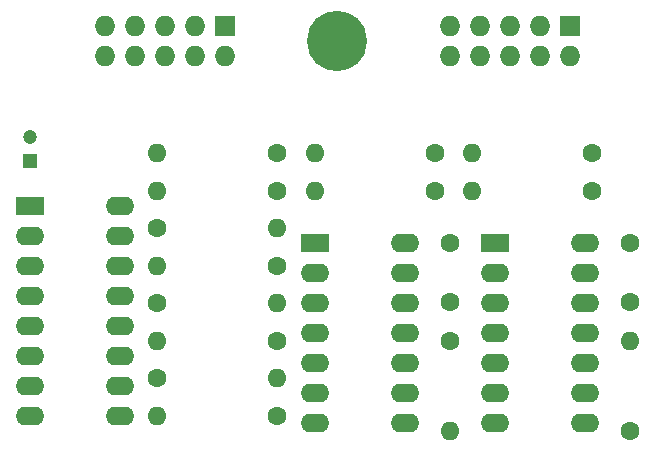
<source format=gbs>
%TF.GenerationSoftware,KiCad,Pcbnew,(5.1.8)-1*%
%TF.CreationDate,2021-02-01T00:12:43+01:00*%
%TF.ProjectId,Apple II Adapter,4170706c-6520-4494-9920-416461707465,rev?*%
%TF.SameCoordinates,Original*%
%TF.FileFunction,Soldermask,Bot*%
%TF.FilePolarity,Negative*%
%FSLAX46Y46*%
G04 Gerber Fmt 4.6, Leading zero omitted, Abs format (unit mm)*
G04 Created by KiCad (PCBNEW (5.1.8)-1) date 2021-02-01 00:12:43*
%MOMM*%
%LPD*%
G01*
G04 APERTURE LIST*
%ADD10O,2.400000X1.600000*%
%ADD11R,2.400000X1.600000*%
%ADD12O,1.600000X1.600000*%
%ADD13C,1.600000*%
%ADD14R,1.200000X1.200000*%
%ADD15C,1.200000*%
%ADD16O,1.727200X1.727200*%
%ADD17R,1.727200X1.727200*%
%ADD18C,5.100000*%
G04 APERTURE END LIST*
D10*
%TO.C,A1*%
X174625000Y-117475000D03*
X167005000Y-135255000D03*
X174625000Y-120015000D03*
X167005000Y-132715000D03*
X174625000Y-122555000D03*
X167005000Y-130175000D03*
X174625000Y-125095000D03*
X167005000Y-127635000D03*
X174625000Y-127635000D03*
X167005000Y-125095000D03*
X174625000Y-130175000D03*
X167005000Y-122555000D03*
X174625000Y-132715000D03*
X167005000Y-120015000D03*
X174625000Y-135255000D03*
D11*
X167005000Y-117475000D03*
%TD*%
D12*
%TO.C,R3*%
X204470000Y-113030000D03*
D13*
X214630000Y-113030000D03*
%TD*%
%TO.C,C2*%
X202565000Y-125650000D03*
X202565000Y-120650000D03*
%TD*%
%TO.C,R14*%
X177800000Y-132080000D03*
D12*
X187960000Y-132080000D03*
%TD*%
D11*
%TO.C,U1*%
X206375000Y-120650000D03*
D10*
X213995000Y-135890000D03*
X206375000Y-123190000D03*
X213995000Y-133350000D03*
X206375000Y-125730000D03*
X213995000Y-130810000D03*
X206375000Y-128270000D03*
X213995000Y-128270000D03*
X206375000Y-130810000D03*
X213995000Y-125730000D03*
X206375000Y-133350000D03*
X213995000Y-123190000D03*
X206375000Y-135890000D03*
X213995000Y-120650000D03*
%TD*%
D13*
%TO.C,C1*%
X217805000Y-120650000D03*
X217805000Y-125650000D03*
%TD*%
D14*
%TO.C,C3*%
X167005000Y-113665000D03*
D15*
X167005000Y-111665000D03*
%TD*%
D16*
%TO.C,J1*%
X173355000Y-104775000D03*
X175895000Y-104775000D03*
X178435000Y-104775000D03*
X180975000Y-104775000D03*
X183515000Y-104775000D03*
X173355000Y-102235000D03*
X175895000Y-102235000D03*
X178435000Y-102235000D03*
X180975000Y-102235000D03*
D17*
X183515000Y-102235000D03*
%TD*%
%TO.C,J2*%
X212725000Y-102235000D03*
D16*
X210185000Y-102235000D03*
X207645000Y-102235000D03*
X205105000Y-102235000D03*
X202565000Y-102235000D03*
X212725000Y-104775000D03*
X210185000Y-104775000D03*
X207645000Y-104775000D03*
X205105000Y-104775000D03*
X202565000Y-104775000D03*
%TD*%
D13*
%TO.C,R1*%
X187960000Y-113030000D03*
D12*
X177800000Y-113030000D03*
%TD*%
%TO.C,R2*%
X191135000Y-113030000D03*
D13*
X201295000Y-113030000D03*
%TD*%
%TO.C,R4*%
X214630000Y-116205000D03*
D12*
X204470000Y-116205000D03*
%TD*%
%TO.C,R7*%
X177800000Y-116205000D03*
D13*
X187960000Y-116205000D03*
%TD*%
%TO.C,R8*%
X187960000Y-122555000D03*
D12*
X177800000Y-122555000D03*
%TD*%
D13*
%TO.C,R9*%
X187960000Y-128905000D03*
D12*
X177800000Y-128905000D03*
%TD*%
%TO.C,R10*%
X177800000Y-135255000D03*
D13*
X187960000Y-135255000D03*
%TD*%
%TO.C,R11*%
X177800000Y-119380000D03*
D12*
X187960000Y-119380000D03*
%TD*%
%TO.C,R12*%
X191135000Y-116205000D03*
D13*
X201295000Y-116205000D03*
%TD*%
%TO.C,R13*%
X177800000Y-125730000D03*
D12*
X187960000Y-125730000D03*
%TD*%
D10*
%TO.C,U2*%
X198755000Y-120650000D03*
X191135000Y-135890000D03*
X198755000Y-123190000D03*
X191135000Y-133350000D03*
X198755000Y-125730000D03*
X191135000Y-130810000D03*
X198755000Y-128270000D03*
X191135000Y-128270000D03*
X198755000Y-130810000D03*
X191135000Y-125730000D03*
X198755000Y-133350000D03*
X191135000Y-123190000D03*
X198755000Y-135890000D03*
D11*
X191135000Y-120650000D03*
%TD*%
D18*
%TO.C,M1*%
X193040000Y-103505000D03*
%TD*%
D12*
%TO.C,R5*%
X217805000Y-128905000D03*
D13*
X217805000Y-136525000D03*
%TD*%
%TO.C,R6*%
X202565000Y-128905000D03*
D12*
X202565000Y-136525000D03*
%TD*%
M02*

</source>
